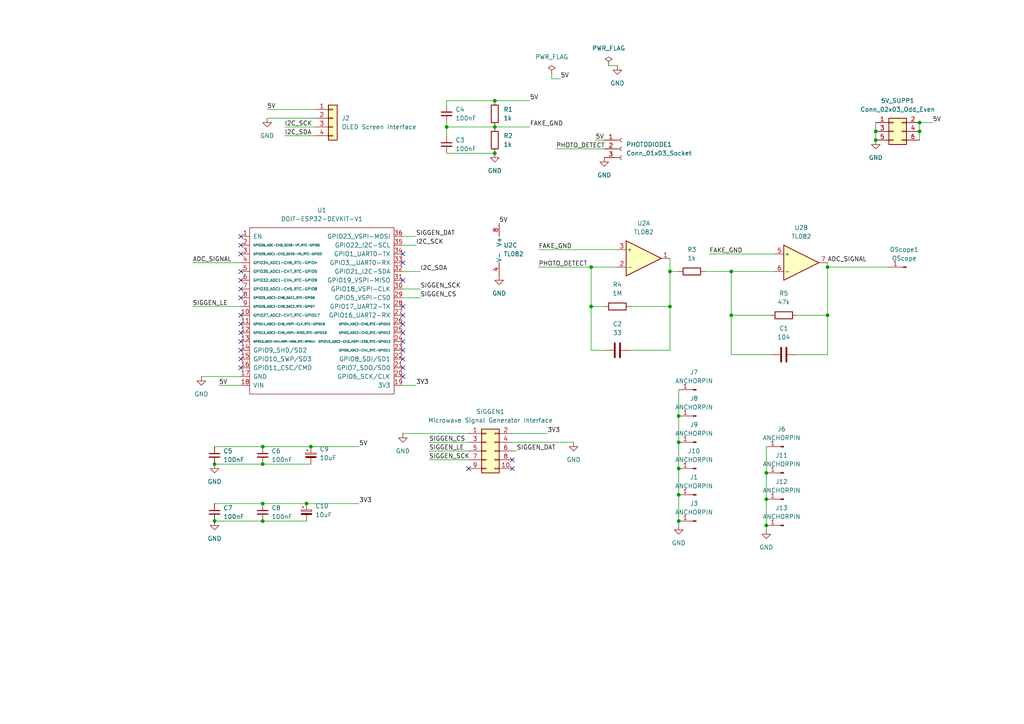
<source format=kicad_sch>
(kicad_sch (version 20231120) (generator "eeschema") (generator_version "8.0")
  (paper "A4")
  (title_block (title "NV Center Diamond Prototype v0.1") (date "2024-12-05") (rev "Rev. 1") (company "Quantum Village Inc.") (comment 1 "by Mark Carney, using COTS Development Boards"))
  (lib_symbols
    (symbol "Amplifier_Operational:TL082" (pin_names (offset 0.127))
      (property "Reference" "U" (at 0 5.08 0))
      (property "Value" "TL082" (at 0 -5.08 0))
      (symbol "TL082_1_1"
        (polyline (pts (xy -5.08 5.08) (xy 5.08 0) (xy -5.08 -5.08) (xy -5.08 5.08)) (stroke (width 0.254)) (fill (type background)))
        (pin output line (at 7.62 0 180) (length 2.54) (name "~") (number "1"))
        (pin input line (at -7.62 -2.54 0) (length 2.54) (name "-") (number "2"))
        (pin input line (at -7.62 2.54 0) (length 2.54) (name "+") (number "3"))
      )
      (symbol "TL082_2_1"
        (polyline (pts (xy -5.08 5.08) (xy 5.08 0) (xy -5.08 -5.08) (xy -5.08 5.08)) (stroke (width 0.254)) (fill (type background)))
        (pin input line (at -7.62 2.54 0) (length 2.54) (name "+") (number "5"))
        (pin input line (at -7.62 -2.54 0) (length 2.54) (name "-") (number "6"))
        (pin output line (at 7.62 0 180) (length 2.54) (name "~") (number "7"))
      )
      (symbol "TL082_3_1"
        (pin power_in line (at -2.54 -7.62 90) (length 3.81) (name "V-") (number "4"))
        (pin power_in line (at -2.54 7.62 270) (length 3.81) (name "V+") (number "8"))
      )
    )
    (symbol "Connector:Conn_01x01_Pin" (pin_names (offset 1.016) hide)
      (property "Reference" "J" (at 0 2.54 0))
      (property "Value" "Conn_01x01_Pin" (at 0 -2.54 0))
      (symbol "Conn_01x01_Pin_1_1"
        (polyline (pts (xy 1.27 0) (xy 0.8636 0)) (stroke (width 0.1524)))
        (rectangle (start 0.8636 0.127) (end 0 -0.127) (stroke (width 0.1524)) (fill (type outline)))
        (pin passive line (at 5.08 0 180) (length 3.81) (name "Pin_1") (number "1"))
      )
    )
    (symbol "Connector:Conn_01x03_Socket" (pin_names (offset 1.016) hide)
      (property "Reference" "J" (at 0 5.08 0))
      (property "Value" "Conn_01x03_Socket" (at 0 -5.08 0))
      (symbol "Conn_01x03_Socket_1_1"
        (arc (start 0 -2.032) (mid -0.5058 -2.54) (end 0 -3.048) (stroke (width 0.1524)))
        (polyline (pts (xy -1.27 -2.54) (xy -0.508 -2.54)) (stroke (width 0.1524)))
        (polyline (pts (xy -1.27 0) (xy -0.508 0)) (stroke (width 0.1524)))
        (polyline (pts (xy -1.27 2.54) (xy -0.508 2.54)) (stroke (width 0.1524)))
        (arc (start 0 0.508) (mid -0.5058 0) (end 0 -0.508) (stroke (width 0.1524)))
        (arc (start 0 3.048) (mid -0.5058 2.54) (end 0 2.032) (stroke (width 0.1524)))
        (pin passive line (at -5.08 2.54 0) (length 3.81) (name "Pin_1") (number "1"))
        (pin passive line (at -5.08 0 0) (length 3.81) (name "Pin_2") (number "2"))
        (pin passive line (at -5.08 -2.54 0) (length 3.81) (name "Pin_3") (number "3"))
      )
    )
    (symbol "Connector_Generic:Conn_01x04" (pin_names (offset 1.016) hide)
      (property "Reference" "J" (at 0 5.08 0))
      (property "Value" "Conn_01x04" (at 0 -7.62 0))
      (symbol "Conn_01x04_1_1"
        (rectangle (start -1.27 -4.953) (end 0 -5.207) (stroke (width 0.1524)))
        (rectangle (start -1.27 -2.413) (end 0 -2.667) (stroke (width 0.1524)))
        (rectangle (start -1.27 0.127) (end 0 -0.127) (stroke (width 0.1524)))
        (rectangle (start -1.27 2.667) (end 0 2.413) (stroke (width 0.1524)))
        (rectangle (start -1.27 3.81) (end 1.27 -6.35) (stroke (width 0.254)) (fill (type background)))
        (pin passive line (at -5.08 2.54 0) (length 3.81) (name "Pin_1") (number "1"))
        (pin passive line (at -5.08 0 0) (length 3.81) (name "Pin_2") (number "2"))
        (pin passive line (at -5.08 -2.54 0) (length 3.81) (name "Pin_3") (number "3"))
        (pin passive line (at -5.08 -5.08 0) (length 3.81) (name "Pin_4") (number "4"))
      )
    )
    (symbol "Connector_Generic:Conn_02x03_Odd_Even" (pin_names (offset 1.016) hide)
      (property "Reference" "J" (at 1.27 5.08 0))
      (property "Value" "Conn_02x03_Odd_Even" (at 1.27 -5.08 0))
      (symbol "Conn_02x03_Odd_Even_1_1"
        (rectangle (start -1.27 -2.413) (end 0 -2.667) (stroke (width 0.1524)))
        (rectangle (start -1.27 0.127) (end 0 -0.127) (stroke (width 0.1524)))
        (rectangle (start -1.27 2.667) (end 0 2.413) (stroke (width 0.1524)))
        (rectangle (start -1.27 3.81) (end 3.81 -3.81) (stroke (width 0.254)) (fill (type background)))
        (rectangle (start 3.81 -2.413) (end 2.54 -2.667) (stroke (width 0.1524)))
        (rectangle (start 3.81 0.127) (end 2.54 -0.127) (stroke (width 0.1524)))
        (rectangle (start 3.81 2.667) (end 2.54 2.413) (stroke (width 0.1524)))
        (pin passive line (at -5.08 2.54 0) (length 3.81) (name "Pin_1") (number "1"))
        (pin passive line (at 7.62 2.54 180) (length 3.81) (name "Pin_2") (number "2"))
        (pin passive line (at -5.08 0 0) (length 3.81) (name "Pin_3") (number "3"))
        (pin passive line (at 7.62 0 180) (length 3.81) (name "Pin_4") (number "4"))
        (pin passive line (at -5.08 -2.54 0) (length 3.81) (name "Pin_5") (number "5"))
        (pin passive line (at 7.62 -2.54 180) (length 3.81) (name "Pin_6") (number "6"))
      )
    )
    (symbol "Connector_Generic:Conn_02x05_Odd_Even" (pin_names (offset 1.016) hide)
      (property "Reference" "J" (at 1.27 7.62 0))
      (property "Value" "Conn_02x05_Odd_Even" (at 1.27 -7.62 0))
      (symbol "Conn_02x05_Odd_Even_1_1"
        (rectangle (start -1.27 -4.953) (end 0 -5.207) (stroke (width 0.1524)))
        (rectangle (start -1.27 -2.413) (end 0 -2.667) (stroke (width 0.1524)))
        (rectangle (start -1.27 0.127) (end 0 -0.127) (stroke (width 0.1524)))
        (rectangle (start -1.27 2.667) (end 0 2.413) (stroke (width 0.1524)))
        (rectangle (start -1.27 5.207) (end 0 4.953) (stroke (width 0.1524)))
        (rectangle (start -1.27 6.35) (end 3.81 -6.35) (stroke (width 0.254)) (fill (type background)))
        (rectangle (start 3.81 -4.953) (end 2.54 -5.207) (stroke (width 0.1524)))
        (rectangle (start 3.81 -2.413) (end 2.54 -2.667) (stroke (width 0.1524)))
        (rectangle (start 3.81 0.127) (end 2.54 -0.127) (stroke (width 0.1524)))
        (rectangle (start 3.81 2.667) (end 2.54 2.413) (stroke (width 0.1524)))
        (rectangle (start 3.81 5.207) (end 2.54 4.953) (stroke (width 0.1524)))
        (pin passive line (at -5.08 5.08 0) (length 3.81) (name "Pin_1") (number "1"))
        (pin passive line (at 7.62 -5.08 180) (length 3.81) (name "Pin_10") (number "10"))
        (pin passive line (at 7.62 5.08 180) (length 3.81) (name "Pin_2") (number "2"))
        (pin passive line (at -5.08 2.54 0) (length 3.81) (name "Pin_3") (number "3"))
        (pin passive line (at 7.62 2.54 180) (length 3.81) (name "Pin_4") (number "4"))
        (pin passive line (at -5.08 0 0) (length 3.81) (name "Pin_5") (number "5"))
        (pin passive line (at 7.62 0 180) (length 3.81) (name "Pin_6") (number "6"))
        (pin passive line (at -5.08 -2.54 0) (length 3.81) (name "Pin_7") (number "7"))
        (pin passive line (at 7.62 -2.54 180) (length 3.81) (name "Pin_8") (number "8"))
        (pin passive line (at -5.08 -5.08 0) (length 3.81) (name "Pin_9") (number "9"))
      )
    )
    (symbol "Device:C" (pin_numbers hide) (pin_names (offset 0.254))
      (property "Reference" "C" (at 0.635 2.54 0))
      (property "Value" "C" (at 0.635 -2.54 0))
      (symbol "C_0_1"
        (polyline (pts (xy -2.032 -0.762) (xy 2.032 -0.762)) (stroke (width 0.508)))
        (polyline (pts (xy -2.032 0.762) (xy 2.032 0.762)) (stroke (width 0.508)))
      )
      (symbol "C_1_1"
        (pin passive line (at 0 3.81 270) (length 2.794) (name "~") (number "1"))
        (pin passive line (at 0 -3.81 90) (length 2.794) (name "~") (number "2"))
      )
    )
    (symbol "Device:C_Polarized_Small" (pin_numbers hide) (pin_names (offset 0.254) hide)
      (property "Reference" "C" (at 0.254 1.778 0))
      (property "Value" "C_Polarized_Small" (at 0.254 -2.032 0))
      (symbol "C_Polarized_Small_0_1"
        (rectangle (start -1.524 -0.3048) (end 1.524 -0.6858) (fill (type outline)))
        (rectangle (start -1.524 0.6858) (end 1.524 0.3048))
        (polyline (pts (xy -1.27 1.524) (xy -0.762 1.524)))
        (polyline (pts (xy -1.016 1.27) (xy -1.016 1.778)))
      )
      (symbol "C_Polarized_Small_1_1"
        (pin passive line (at 0 2.54 270) (length 1.8542) (name "~") (number "1"))
        (pin passive line (at 0 -2.54 90) (length 1.8542) (name "~") (number "2"))
      )
    )
    (symbol "Device:C_Small" (pin_numbers hide) (pin_names (offset 0.254) hide)
      (property "Reference" "C" (at 0.254 1.778 0))
      (property "Value" "C_Small" (at 0.254 -2.032 0))
      (symbol "C_Small_0_1"
        (polyline (pts (xy -1.524 -0.508) (xy 1.524 -0.508)) (stroke (width 0.3302)))
        (polyline (pts (xy -1.524 0.508) (xy 1.524 0.508)) (stroke (width 0.3048)))
      )
      (symbol "C_Small_1_1"
        (pin passive line (at 0 2.54 270) (length 2.032) (name "~") (number "1"))
        (pin passive line (at 0 -2.54 90) (length 2.032) (name "~") (number "2"))
      )
    )
    (symbol "Device:R" (pin_numbers hide) (pin_names (offset 0))
      (property "Reference" "R" (at 2.032 0 90))
      (property "Value" "R" (at 0 0 90))
      (symbol "R_0_1"
        (rectangle (start -1.016 -2.54) (end 1.016 2.54) (stroke (width 0.254)))
      )
      (symbol "R_1_1"
        (pin passive line (at 0 3.81 270) (length 1.27) (name "~") (number "1"))
        (pin passive line (at 0 -3.81 90) (length 1.27) (name "~") (number "2"))
      )
    )
    (symbol "ESP32-DOIT-DEVKIT1:DOIT-ESP32-DEVKIT-V1" (pin_names (offset 1.016))
      (property "Reference" "U" (at -1.27 11.43 0))
      (property "Value" "DOIT-ESP32-DEVKIT-V1" (at 0 13.97 0))
      (symbol "DOIT-ESP32-DEVKIT-V1_0_1"
        (rectangle (start 20.32 10.16) (end -21.59 -38.1))
      )
      (symbol "DOIT-ESP32-DEVKIT-V1_1_1"
        (pin output line (at -24.13 7.62 0) (length 2.54) (name "EN") (number "1"))
        (pin bidirectional line (at -24.13 -15.24 0) (length 2.54) (name "GPIO27_ADC2-CH7_RTC-GPIO17") (number "10"))
        (pin bidirectional line (at -24.13 -17.78 0) (length 2.54) (name "GPIO14_ADC2-CH6_HSPI-CLK_RTC-GPIO16") (number "11"))
        (pin bidirectional line (at -24.13 -20.32 0) (length 2.54) (name "GPIO12_ADC2-CH5_HSPI-MISO_RTC-GPIO15") (number "12"))
        (pin bidirectional line (at -24.13 -22.86 0) (length 2.54) (name "GPIO13_ADC2-CH4_HSPI-MOSI_RTC-GPIO14") (number "13"))
        (pin unspecified line (at -24.13 -25.4 0) (length 2.54) (name "GPIO9_SHD/SD2") (number "14"))
        (pin unspecified line (at -24.13 -27.94 0) (length 2.54) (name "GPIO10_SWP/SD3") (number "15"))
        (pin unspecified line (at -24.13 -30.48 0) (length 2.54) (name "GPIO11_CSC/CMD") (number "16"))
        (pin bidirectional line (at -24.13 -33.02 0) (length 2.54) (name "GND") (number "17"))
        (pin bidirectional line (at -24.13 -35.56 0) (length 2.54) (name "VIN") (number "18"))
        (pin output line (at 22.86 -35.56 180) (length 2.54) (name "3V3") (number "19"))
        (pin bidirectional line (at -24.13 5.08 0) (length 2.54) (name "GPIO36_ADC-CH0_SENS-VP_RTC-GPIO0") (number "2"))
        (pin unspecified line (at 22.86 -33.02 180) (length 2.54) (name "GPIO6_SCK/CLK") (number "20"))
        (pin unspecified line (at 22.86 -30.48 180) (length 2.54) (name "GPIO7_SDO/SD0") (number "21"))
        (pin unspecified line (at 22.86 -27.94 180) (length 2.54) (name "GPIO8_SDI/SD1") (number "22"))
        (pin bidirectional line (at 22.86 -25.4 180) (length 2.54) (name "GPIO0_ADC2-CH1_RTC-GPIO11") (number "23"))
        (pin bidirectional line (at 22.86 -22.86 180) (length 2.54) (name "GPIO15_ADC2-CH3_HSPI-CS0_RTC-GPIO13") (number "24"))
        (pin bidirectional line (at 22.86 -20.32 180) (length 2.54) (name "GPIO2_ADC2-CH2_RTC-GPIO12") (number "25"))
        (pin bidirectional line (at 22.86 -17.78 180) (length 2.54) (name "GPIO4_ADC2-CH0_RTC-GPIO10") (number "26"))
        (pin bidirectional line (at 22.86 -15.24 180) (length 2.54) (name "GPIO16_UART2-RX") (number "27"))
        (pin bidirectional line (at 22.86 -12.7 180) (length 2.54) (name "GPIO17_UART2-TX") (number "28"))
        (pin bidirectional line (at 22.86 -10.16 180) (length 2.54) (name "GPIO5_VSPI-CS0") (number "29"))
        (pin bidirectional line (at -24.13 2.54 0) (length 2.54) (name "GPIO39_ADC1-CH3_SENS-VN_RTC-GPIO3") (number "3"))
        (pin bidirectional line (at 22.86 -7.62 180) (length 2.54) (name "GPIO18_VSPI-CLK") (number "30"))
        (pin bidirectional line (at 22.86 -5.08 180) (length 2.54) (name "GPIO19_VSPI-MISO") (number "31"))
        (pin bidirectional line (at 22.86 -2.54 180) (length 2.54) (name "GPIO21_I2C-SDA") (number "32"))
        (pin bidirectional line (at 22.86 0 180) (length 2.54) (name "GPIO3__UART0-RX") (number "33"))
        (pin bidirectional line (at 22.86 2.54 180) (length 2.54) (name "GPIO1_UART0-TX") (number "34"))
        (pin bidirectional line (at 22.86 5.08 180) (length 2.54) (name "GPIO22_I2C-SCL") (number "35"))
        (pin bidirectional line (at 22.86 7.62 180) (length 2.54) (name "GPIO23_VSPI-MOSI") (number "36"))
        (pin bidirectional line (at -24.13 0 0) (length 2.54) (name "GPIO34_ADC1-CH6_RTC-GPIO4") (number "4"))
        (pin bidirectional line (at -24.13 -2.54 0) (length 2.54) (name "GPIO35_ADC1-CH7_RTC-GPIO5") (number "5"))
        (pin bidirectional line (at -24.13 -5.08 0) (length 2.54) (name "GPIO32_ADC1-CH4_RTC-GPIO9") (number "6"))
        (pin bidirectional line (at -24.13 -7.62 0) (length 2.54) (name "GPIO33_ADC1-CH5_RTC-GPIO8") (number "7"))
        (pin bidirectional line (at -24.13 -10.16 0) (length 2.54) (name "GPIO25_ADC2-CH8_DAC1_RTC-GPIO6") (number "8"))
        (pin bidirectional line (at -24.13 -12.7 0) (length 2.54) (name "GPIO26_ADC2-CH9_DAC2_RTC-GPIO7") (number "9"))
      )
    )
    (symbol "power:GND" (power) (pin_numbers hide) (pin_names (offset 0) hide)
      (property "Value" "GND" (at 0 -3.81 0))
      (symbol "GND_0_1"
        (polyline (pts (xy 0 0) (xy 0 -1.27) (xy 1.27 -1.27) (xy 0 -2.54) (xy -1.27 -1.27) (xy 0 -1.27)))
      )
      (symbol "GND_1_1"
        (pin power_in line (at 0 0 270) (length 0) (name "~") (number "1"))
      )
    )
    (symbol "power:PWR_FLAG" (power) (pin_numbers hide) (pin_names (offset 0) hide)
      (property "Value" "PWR_FLAG" (at 0 3.81 0))
      (symbol "PWR_FLAG_0_0"
        (pin power_out line (at 0 0 90) (length 0) (name "~") (number "1"))
      )
      (symbol "PWR_FLAG_0_1"
        (polyline (pts (xy 0 0) (xy 0 1.27) (xy -1.016 1.905) (xy 0 2.54) (xy 1.016 1.905) (xy 0 1.27)))
      )
    )
  )
  (junction (at 171.45 88.9))
  (junction (at 240.03 77.47))
  (junction (at 266.7 35.56))
  (junction (at 143.51 29.21))
  (junction (at 196.85 128.27))
  (junction (at 76.2 129.54))
  (junction (at 143.51 36.83))
  (junction (at 88.9 146.05))
  (junction (at 90.17 129.54))
  (junction (at 76.2 151.13))
  (junction (at 196.85 151.13))
  (junction (at 212.09 78.74))
  (junction (at 196.85 135.89))
  (junction (at 212.09 91.44))
  (junction (at 222.25 144.78))
  (junction (at 76.2 134.62))
  (junction (at 62.23 151.13))
  (junction (at 129.54 36.83))
  (junction (at 76.2 146.05))
  (junction (at 254 40.64))
  (junction (at 171.45 77.47))
  (junction (at 266.7 38.1))
  (junction (at 196.85 143.51))
  (junction (at 222.25 152.4))
  (junction (at 196.85 120.65))
  (junction (at 254 38.1))
  (junction (at 194.31 78.74))
  (junction (at 143.51 44.45))
  (junction (at 222.25 137.16))
  (junction (at 240.03 91.44))
  (junction (at 62.23 134.62))
  (junction (at 194.31 88.9))
  (no_connect (at 69.85 68.58))
  (no_connect (at 69.85 91.44))
  (no_connect (at 69.85 71.12))
  (no_connect (at 135.89 135.89))
  (no_connect (at 69.85 106.68))
  (no_connect (at 116.84 93.98))
  (no_connect (at 148.59 135.89))
  (no_connect (at 69.85 83.82))
  (no_connect (at 116.84 99.06))
  (no_connect (at 69.85 99.06))
  (no_connect (at 116.84 91.44))
  (no_connect (at 116.84 76.2))
  (no_connect (at 69.85 73.66))
  (no_connect (at 69.85 81.28))
  (no_connect (at 69.85 104.14))
  (no_connect (at 69.85 101.6))
  (no_connect (at 116.84 96.52))
  (no_connect (at 69.85 96.52))
  (no_connect (at 69.85 78.74))
  (no_connect (at 69.85 86.36))
  (no_connect (at 116.84 106.68))
  (no_connect (at 116.84 73.66))
  (no_connect (at 116.84 109.22))
  (no_connect (at 148.59 133.35))
  (no_connect (at 69.85 93.98))
  (no_connect (at 116.84 104.14))
  (no_connect (at 116.84 101.6))
  (no_connect (at 116.84 88.9))
  (no_connect (at 116.84 81.28))
  (wire (pts (xy 222.25 153.67) (xy 222.25 152.4)))
  (wire (pts (xy 55.88 76.2) (xy 69.85 76.2)))
  (wire (pts (xy 77.47 34.29) (xy 91.44 34.29)))
  (wire (pts (xy 129.54 36.83) (xy 129.54 39.37)))
  (wire (pts (xy 62.23 134.62) (xy 76.2 134.62)))
  (wire (pts (xy 143.51 29.21) (xy 153.67 29.21)))
  (wire (pts (xy 175.26 101.6) (xy 171.45 101.6)))
  (wire (pts (xy 196.85 113.03) (xy 196.85 120.65)))
  (wire (pts (xy 149.86 130.81) (xy 148.59 130.81)))
  (wire (pts (xy 160.02 22.86) (xy 160.02 21.59)))
  (wire (pts (xy 116.84 86.36) (xy 121.92 86.36)))
  (wire (pts (xy 162.56 22.86) (xy 160.02 22.86)))
  (wire (pts (xy 266.7 35.56) (xy 266.7 38.1)))
  (wire (pts (xy 196.85 151.13) (xy 196.85 143.51)))
  (wire (pts (xy 129.54 44.45) (xy 143.51 44.45)))
  (wire (pts (xy 62.23 151.13) (xy 76.2 151.13)))
  (wire (pts (xy 143.51 36.83) (xy 153.67 36.83)))
  (wire (pts (xy 222.25 137.16) (xy 222.25 144.78)))
  (wire (pts (xy 171.45 101.6) (xy 171.45 88.9)))
  (wire (pts (xy 194.31 78.74) (xy 196.85 78.74)))
  (wire (pts (xy 176.53 19.05) (xy 179.07 19.05)))
  (wire (pts (xy 148.59 128.27) (xy 166.37 128.27)))
  (wire (pts (xy 240.03 102.87) (xy 231.14 102.87)))
  (wire (pts (xy 194.31 74.93) (xy 194.31 78.74)))
  (wire (pts (xy 124.46 133.35) (xy 135.89 133.35)))
  (wire (pts (xy 194.31 88.9) (xy 194.31 78.74)))
  (wire (pts (xy 124.46 128.27) (xy 135.89 128.27)))
  (wire (pts (xy 116.84 125.73) (xy 135.89 125.73)))
  (wire (pts (xy 240.03 77.47) (xy 240.03 91.44)))
  (wire (pts (xy 88.9 146.05) (xy 76.2 146.05)))
  (wire (pts (xy 58.42 109.22) (xy 69.85 109.22)))
  (wire (pts (xy 76.2 134.62) (xy 90.17 134.62)))
  (wire (pts (xy 156.21 77.47) (xy 171.45 77.47)))
  (wire (pts (xy 82.55 36.83) (xy 91.44 36.83)))
  (wire (pts (xy 204.47 78.74) (xy 212.09 78.74)))
  (wire (pts (xy 104.14 146.05) (xy 88.9 146.05)))
  (wire (pts (xy 175.26 88.9) (xy 171.45 88.9)))
  (wire (pts (xy 116.84 68.58) (xy 120.65 68.58)))
  (wire (pts (xy 196.85 152.4) (xy 196.85 151.13)))
  (wire (pts (xy 129.54 35.56) (xy 129.54 36.83)))
  (wire (pts (xy 254 38.1) (xy 254 40.64)))
  (wire (pts (xy 116.84 111.76) (xy 120.65 111.76)))
  (wire (pts (xy 77.47 31.75) (xy 91.44 31.75)))
  (wire (pts (xy 266.7 35.56) (xy 270.51 35.56)))
  (wire (pts (xy 182.88 88.9) (xy 194.31 88.9)))
  (wire (pts (xy 171.45 88.9) (xy 171.45 77.47)))
  (wire (pts (xy 129.54 29.21) (xy 143.51 29.21)))
  (wire (pts (xy 240.03 76.2) (xy 240.03 77.47)))
  (wire (pts (xy 196.85 128.27) (xy 196.85 135.89)))
  (wire (pts (xy 116.84 78.74) (xy 121.92 78.74)))
  (wire (pts (xy 63.5 111.76) (xy 69.85 111.76)))
  (wire (pts (xy 129.54 29.21) (xy 129.54 30.48)))
  (wire (pts (xy 196.85 135.89) (xy 196.85 143.51)))
  (wire (pts (xy 222.25 129.54) (xy 222.25 137.16)))
  (wire (pts (xy 194.31 101.6) (xy 194.31 88.9)))
  (wire (pts (xy 76.2 151.13) (xy 88.9 151.13)))
  (wire (pts (xy 240.03 77.47) (xy 257.81 77.47)))
  (wire (pts (xy 182.88 101.6) (xy 194.31 101.6)))
  (wire (pts (xy 62.23 146.05) (xy 76.2 146.05)))
  (wire (pts (xy 212.09 102.87) (xy 212.09 91.44)))
  (wire (pts (xy 62.23 129.54) (xy 76.2 129.54)))
  (wire (pts (xy 254 35.56) (xy 254 38.1)))
  (wire (pts (xy 223.52 102.87) (xy 212.09 102.87)))
  (wire (pts (xy 212.09 91.44) (xy 223.52 91.44)))
  (wire (pts (xy 116.84 71.12) (xy 120.65 71.12)))
  (wire (pts (xy 240.03 91.44) (xy 240.03 102.87)))
  (wire (pts (xy 55.88 88.9) (xy 69.85 88.9)))
  (wire (pts (xy 205.74 73.66) (xy 224.79 73.66)))
  (wire (pts (xy 212.09 78.74) (xy 224.79 78.74)))
  (wire (pts (xy 156.21 72.39) (xy 179.07 72.39)))
  (wire (pts (xy 266.7 38.1) (xy 266.7 40.64)))
  (wire (pts (xy 240.03 91.44) (xy 231.14 91.44)))
  (wire (pts (xy 222.25 152.4) (xy 222.25 144.78)))
  (wire (pts (xy 212.09 91.44) (xy 212.09 78.74)))
  (wire (pts (xy 171.45 77.47) (xy 179.07 77.47)))
  (wire (pts (xy 129.54 36.83) (xy 143.51 36.83)))
  (wire (pts (xy 175.26 43.18) (xy 161.29 43.18)))
  (wire (pts (xy 148.59 125.73) (xy 158.75 125.73)))
  (wire (pts (xy 172.72 40.64) (xy 175.26 40.64)))
  (wire (pts (xy 124.46 130.81) (xy 135.89 130.81)))
  (wire (pts (xy 90.17 129.54) (xy 76.2 129.54)))
  (wire (pts (xy 82.55 39.37) (xy 91.44 39.37)))
  (wire (pts (xy 116.84 83.82) (xy 121.92 83.82)))
  (wire (pts (xy 196.85 120.65) (xy 196.85 128.27)))
  (wire (pts (xy 104.14 129.54) (xy 90.17 129.54)))
  (label "5V" (at 270.51 35.56 0))
  (label "3V3" (at 120.65 111.76 0))
  (label "SIGGEN_LE" (at 55.88 88.9 0))
  (label "5V" (at 144.78 64.77 0))
  (label "5V" (at 162.56 22.86 0))
  (label "ADC_SIGNAL" (at 55.88 76.2 0))
  (label "5V" (at 63.5 111.76 0))
  (label "SIGGEN_LE" (at 124.46 130.81 0))
  (label "SIGGEN_DAT" (at 120.65 68.58 0))
  (label "5V" (at 172.72 40.64 0))
  (label "I2C_SCK" (at 120.65 71.12 0))
  (label "FAKE_GND" (at 156.21 72.39 0))
  (label "SIGGEN_SCK" (at 124.46 133.35 0))
  (label "I2C_SDA" (at 82.55 39.37 0))
  (label "I2C_SDA" (at 121.92 78.74 0))
  (label "5V" (at 104.14 129.54 0))
  (label "SIGGEN_SCK" (at 121.92 83.82 0))
  (label "SIGGEN_CS" (at 121.92 86.36 0))
  (label "FAKE_GND" (at 153.67 36.83 0))
  (label "PHOTO_DETECT" (at 156.21 77.47 0))
  (label "ADC_SIGNAL" (at 240.03 76.2 0))
  (label "3V3" (at 158.75 125.73 0))
  (label "SIGGEN_CS" (at 124.46 128.27 0))
  (label "PHOTO_DETECT" (at 161.29 43.18 0))
  (label "SIGGEN_DAT" (at 149.86 130.81 0))
  (label "5V" (at 153.67 29.21 0))
  (label "3V3" (at 104.14 146.05 0))
  (label "FAKE_GND" (at 205.74 73.66 0))
  (label "I2C_SCK" (at 82.55 36.83 0))
  (label "5V" (at 77.47 31.75 0))
  (symbol (lib_id "Device:C_Polarized_Small") (at 90.17 132.08 0) (unit 1)
    (property "Reference" "C9" (at 92.71 130.2638 0) (effects (justify left)))
    (property "Value" "10uF" (at 92.71 132.8038 0) (effects (justify left)))
    (property "Footprint" "Capacitor_THT:CP_Radial_D5.0mm_P2.00mm" (effects (hide yes)))
    (property "Description" "Polarized capacitor, small symbol" (effects (hide yes)))
  )
  (symbol (lib_id "Device:R") (at 200.66 78.74 90) (unit 1)
    (property "Reference" "R3" (at 200.66 72.39 90))
    (property "Value" "1k" (at 200.66 74.93 90))
    (property "Footprint" "Resistor_THT:R_Axial_DIN0207_L6.3mm_D2.5mm_P7.62mm_Horizontal" (effects (hide yes)))
    (property "Description" "Resistor" (effects (hide yes)))
  )
  (symbol (lib_id "Device:R") (at 179.07 88.9 90) (unit 1)
    (property "Reference" "R4" (at 179.07 82.55 90))
    (property "Value" "1M" (at 179.07 85.09 90))
    (property "Footprint" "Resistor_THT:R_Axial_DIN0207_L6.3mm_D2.5mm_P7.62mm_Horizontal" (effects (hide yes)))
    (property "Description" "Resistor" (effects (hide yes)))
  )
  (symbol (lib_id "Device:C_Small") (at 62.23 132.08 0) (unit 1)
    (property "Reference" "C5" (at 64.77 130.8162 0) (effects (justify left)))
    (property "Value" "100nF" (at 64.77 133.3562 0) (effects (justify left)))
    (property "Footprint" "Capacitor_THT:C_Disc_D3.0mm_W2.0mm_P2.50mm" (effects (hide yes)))
    (property "Description" "Unpolarized capacitor, small symbol" (effects (hide yes)))
  )
  (symbol (lib_id "power:GND") (at 144.78 80.01 0) (unit 1)
    (property "Reference" "#PWR04" (effects (hide yes)))
    (property "Value" "GND" (at 144.78 85.09 0))
    (property "Description" "Power symbol creates a global label with name \"GND\" , ground" (effects (hide yes)))
  )
  (symbol (lib_id "Device:R") (at 143.51 40.64 0) (unit 1)
    (property "Reference" "R2" (at 146.05 39.3699 0) (effects (justify left)))
    (property "Value" "1k" (at 146.05 41.9099 0) (effects (justify left)))
    (property "Footprint" "Resistor_THT:R_Axial_DIN0207_L6.3mm_D2.5mm_P7.62mm_Horizontal" (effects (hide yes)))
    (property "Description" "Resistor" (effects (hide yes)))
  )
  (symbol (lib_id "Connector:Conn_01x01_Pin") (at 227.33 152.4 180) (unit 1)
    (property "Reference" "J13" (at 226.695 147.32 0))
    (property "Value" "ANCHORPIN" (at 226.695 149.86 0))
    (property "Footprint" "Connector_PinSocket_2.54mm:PinSocket_1x01_P2.54mm_Vertical" (effects (hide yes)))
    (property "Description" "Generic connector, single row, 01x01, script generated" (effects (hide yes)))
  )
  (symbol (lib_id "Connector:Conn_01x01_Pin") (at 201.93 143.51 180) (unit 1)
    (property "Reference" "J1" (at 201.295 138.43 0))
    (property "Value" "ANCHORPIN" (at 201.295 140.97 0))
    (property "Footprint" "Connector_PinSocket_2.54mm:PinSocket_1x01_P2.54mm_Vertical" (effects (hide yes)))
    (property "Description" "Generic connector, single row, 01x01, script generated" (effects (hide yes)))
  )
  (symbol (lib_id "power:GND") (at 254 40.64 0) (unit 1)
    (property "Reference" "#PWR05" (effects (hide yes)))
    (property "Value" "GND" (at 254 45.72 0))
    (property "Description" "Power symbol creates a global label with name \"GND\" , ground" (effects (hide yes)))
  )
  (symbol (lib_id "Connector:Conn_01x01_Pin") (at 201.93 113.03 180) (unit 1)
    (property "Reference" "J7" (at 201.295 107.95 0))
    (property "Value" "ANCHORPIN" (at 201.295 110.49 0))
    (property "Footprint" "Connector_PinSocket_2.54mm:PinSocket_1x01_P2.54mm_Vertical" (effects (hide yes)))
    (property "Description" "Generic connector, single row, 01x01, script generated" (effects (hide yes)))
  )
  (symbol (lib_id "Device:C_Small") (at 129.54 41.91 0) (unit 1)
    (property "Reference" "C3" (at 132.08 40.6462 0) (effects (justify left)))
    (property "Value" "100nF" (at 132.08 43.1862 0) (effects (justify left)))
    (property "Footprint" "Capacitor_THT:C_Disc_D3.0mm_W2.0mm_P2.50mm" (effects (hide yes)))
    (property "Description" "Unpolarized capacitor, small symbol" (effects (hide yes)))
  )
  (symbol (lib_id "Connector:Conn_01x01_Pin") (at 201.93 135.89 180) (unit 1)
    (property "Reference" "J10" (at 201.295 130.81 0))
    (property "Value" "ANCHORPIN" (at 201.295 133.35 0))
    (property "Footprint" "Connector_PinSocket_2.54mm:PinSocket_1x01_P2.54mm_Vertical" (effects (hide yes)))
    (property "Description" "Generic connector, single row, 01x01, script generated" (effects (hide yes)))
  )
  (symbol (lib_id "power:GND") (at 196.85 152.4 0) (unit 1)
    (property "Reference" "#PWR011" (effects (hide yes)))
    (property "Value" "GND" (at 196.85 157.48 0))
    (property "Description" "Power symbol creates a global label with name \"GND\" , ground" (effects (hide yes)))
  )
  (symbol (lib_id "Connector:Conn_01x01_Pin") (at 262.89 77.47 180) (unit 1)
    (property "Reference" "OScope1" (at 262.255 72.39 0))
    (property "Value" "OScope" (at 262.255 74.93 0))
    (property "Footprint" "Connector_PinSocket_2.54mm:PinSocket_1x01_P2.54mm_Vertical" (effects (hide yes)))
    (property "Description" "Generic connector, single row, 01x01, script generated" (effects (hide yes)))
  )
  (symbol (lib_id "Connector_Generic:Conn_02x05_Odd_Even") (at 140.97 130.81 0) (unit 1)
    (property "Reference" "SIGGEN1" (at 142.24 119.38 0))
    (property "Value" "Microwave Signal Generator Interface" (at 142.24 121.92 0))
    (property "Footprint" "Connector_PinSocket_2.54mm:PinSocket_2x05_P2.54mm_Vertical" (effects (hide yes)))
    (property "Description" "Generic connector, double row, 02x05, odd/even pin numbering scheme (row 1 odd numbers, row 2 even numbers), script generated (kicad-library-utils/schlib/autogen/connector/)" (effects (hide yes)))
  )
  (symbol (lib_id "power:GND") (at 166.37 128.27 0) (unit 1)
    (property "Reference" "#PWR09" (effects (hide yes)))
    (property "Value" "GND" (at 166.37 133.35 0))
    (property "Description" "Power symbol creates a global label with name \"GND\" , ground" (effects (hide yes)))
  )
  (symbol (lib_id "Device:C_Small") (at 129.54 33.02 0) (unit 1)
    (property "Reference" "C4" (at 132.08 31.7562 0) (effects (justify left)))
    (property "Value" "100nF" (at 132.08 34.2962 0) (effects (justify left)))
    (property "Footprint" "Capacitor_THT:C_Disc_D3.0mm_W2.0mm_P2.50mm" (effects (hide yes)))
    (property "Description" "Unpolarized capacitor, small symbol" (effects (hide yes)))
  )
  (symbol (lib_id "Device:R") (at 227.33 91.44 90) (unit 1)
    (property "Reference" "R5" (at 227.33 85.09 90))
    (property "Value" "47k" (at 227.33 87.63 90))
    (property "Footprint" "Resistor_THT:R_Axial_DIN0207_L6.3mm_D2.5mm_P7.62mm_Horizontal" (effects (hide yes)))
    (property "Description" "Resistor" (effects (hide yes)))
  )
  (symbol (lib_id "Device:C_Small") (at 62.23 148.59 0) (unit 1)
    (property "Reference" "C7" (at 64.77 147.3262 0) (effects (justify left)))
    (property "Value" "100nF" (at 64.77 149.8662 0) (effects (justify left)))
    (property "Footprint" "Capacitor_THT:C_Disc_D3.0mm_W2.0mm_P2.50mm" (effects (hide yes)))
    (property "Description" "Unpolarized capacitor, small symbol" (effects (hide yes)))
  )
  (symbol (lib_id "Connector_Generic:Conn_01x04") (at 96.52 34.29 0) (unit 1)
    (property "Reference" "J2" (at 99.06 34.2899 0) (effects (justify left)))
    (property "Value" "OLED Screen Interface" (at 99.06 36.8299 0) (effects (justify left)))
    (property "Footprint" "Connector_PinSocket_2.54mm:PinSocket_1x04_P2.54mm_Vertical" (effects (hide yes)))
    (property "Description" "Generic connector, single row, 01x04, script generated (kicad-library-utils/schlib/autogen/connector/)" (effects (hide yes)))
  )
  (symbol (lib_id "power:GND") (at 143.51 44.45 0) (unit 1)
    (property "Reference" "#PWR03" (effects (hide yes)))
    (property "Value" "GND" (at 143.51 49.53 0))
    (property "Description" "Power symbol creates a global label with name \"GND\" , ground" (effects (hide yes)))
  )
  (symbol (lib_id "power:GND") (at 58.42 109.22 0) (unit 1)
    (property "Reference" "#PWR02" (effects (hide yes)))
    (property "Value" "GND" (at 58.42 114.3 0))
    (property "Description" "Power symbol creates a global label with name \"GND\" , ground" (effects (hide yes)))
  )
  (symbol (lib_id "Device:C_Small") (at 76.2 148.59 0) (unit 1)
    (property "Reference" "C8" (at 78.74 147.3262 0) (effects (justify left)))
    (property "Value" "100nF" (at 78.74 149.8662 0) (effects (justify left)))
    (property "Footprint" "Capacitor_THT:C_Disc_D3.0mm_W2.0mm_P2.50mm" (effects (hide yes)))
    (property "Description" "Unpolarized capacitor, small symbol" (effects (hide yes)))
  )
  (symbol (lib_id "Connector:Conn_01x01_Pin") (at 227.33 137.16 180) (unit 1)
    (property "Reference" "J11" (at 226.695 132.08 0))
    (property "Value" "ANCHORPIN" (at 226.695 134.62 0))
    (property "Footprint" "Connector_PinSocket_2.54mm:PinSocket_1x01_P2.54mm_Vertical" (effects (hide yes)))
    (property "Description" "Generic connector, single row, 01x01, script generated" (effects (hide yes)))
  )
  (symbol (lib_id "power:GND") (at 116.84 125.73 0) (unit 1)
    (property "Reference" "#PWR08" (effects (hide yes)))
    (property "Value" "GND" (at 116.84 130.81 0))
    (property "Description" "Power symbol creates a global label with name \"GND\" , ground" (effects (hide yes)))
  )
  (symbol (lib_id "Amplifier_Operational:TL082") (at 186.69 74.93 0) (unit 1)
    (property "Reference" "U2" (at 186.69 64.77 0))
    (property "Value" "TL082" (at 186.69 67.31 0))
    (property "Footprint" "Package_DIP:DIP-8_W7.62mm_Socket" (effects (hide yes)))
    (property "Datasheet" "http://www.ti.com/lit/ds/symlink/tl081.pdf" (effects (hide yes)))
    (property "Description" "Dual JFET-Input Operational Amplifiers, DIP-8/SOIC-8/SSOP-8" (effects (hide yes)))
  )
  (symbol (lib_id "Connector:Conn_01x01_Pin") (at 201.93 120.65 180) (unit 1)
    (property "Reference" "J8" (at 201.295 115.57 0))
    (property "Value" "ANCHORPIN" (at 201.295 118.11 0))
    (property "Footprint" "Connector_PinSocket_2.54mm:PinSocket_1x01_P2.54mm_Vertical" (effects (hide yes)))
    (property "Description" "Generic connector, single row, 01x01, script generated" (effects (hide yes)))
  )
  (symbol (lib_id "Connector:Conn_01x01_Pin") (at 227.33 129.54 180) (unit 1)
    (property "Reference" "J6" (at 226.695 124.46 0))
    (property "Value" "ANCHORPIN" (at 226.695 127 0))
    (property "Footprint" "Connector_PinSocket_2.54mm:PinSocket_1x01_P2.54mm_Vertical" (effects (hide yes)))
    (property "Description" "Generic connector, single row, 01x01, script generated" (effects (hide yes)))
  )
  (symbol (lib_id "ESP32-DOIT-DEVKIT1:DOIT-ESP32-DEVKIT-V1") (at 93.98 76.2 0) (unit 1)
    (property "Reference" "U1" (at 93.345 60.96 0))
    (property "Value" "DOIT-ESP32-DEVKIT-V1" (at 93.345 63.5 0))
    (property "Footprint" "ESP32-board:ESP32-DOIT-DEVKIT1" (effects (hide yes)))
  )
  (symbol (lib_id "Device:R") (at 143.51 33.02 0) (unit 1)
    (property "Reference" "R1" (at 146.05 31.7499 0) (effects (justify left)))
    (property "Value" "1k" (at 146.05 34.2899 0) (effects (justify left)))
    (property "Footprint" "Resistor_THT:R_Axial_DIN0207_L6.3mm_D2.5mm_P7.62mm_Horizontal" (effects (hide yes)))
    (property "Description" "Resistor" (effects (hide yes)))
  )
  (symbol (lib_id "Device:C") (at 227.33 102.87 90) (unit 1)
    (property "Reference" "C1" (at 227.33 95.25 90))
    (property "Value" "104" (at 227.33 97.79 90))
    (property "Footprint" "Capacitor_THT:C_Disc_D3.0mm_W2.0mm_P2.50mm" (effects (hide yes)))
    (property "Description" "Unpolarized capacitor" (effects (hide yes)))
  )
  (symbol (lib_id "power:PWR_FLAG") (at 160.02 21.59 0) (unit 1)
    (property "Reference" "#FLG02" (effects (hide yes)))
    (property "Value" "PWR_FLAG" (at 160.02 16.51 0))
    (property "Description" "Special symbol for telling ERC where power comes from" (effects (hide yes)))
  )
  (symbol (lib_id "power:GND") (at 62.23 151.13 0) (unit 1)
    (property "Reference" "#PWR012" (effects (hide yes)))
    (property "Value" "GND" (at 62.23 156.21 0))
    (property "Description" "Power symbol creates a global label with name \"GND\" , ground" (effects (hide yes)))
  )
  (symbol (lib_id "power:GND") (at 77.47 34.29 0) (unit 1)
    (property "Reference" "#PWR07" (effects (hide yes)))
    (property "Value" "GND" (at 77.47 39.37 0))
    (property "Description" "Power symbol creates a global label with name \"GND\" , ground" (effects (hide yes)))
  )
  (symbol (lib_id "power:GND") (at 222.25 153.67 0) (unit 1)
    (property "Reference" "#PWR013" (effects (hide yes)))
    (property "Value" "GND" (at 222.25 158.75 0))
    (property "Description" "Power symbol creates a global label with name \"GND\" , ground" (effects (hide yes)))
  )
  (symbol (lib_id "power:GND") (at 175.26 45.72 0) (unit 1)
    (property "Reference" "#PWR06" (effects (hide yes)))
    (property "Value" "GND" (at 175.26 50.8 0))
    (property "Description" "Power symbol creates a global label with name \"GND\" , ground" (effects (hide yes)))
  )
  (symbol (lib_id "Connector:Conn_01x01_Pin") (at 201.93 128.27 180) (unit 1)
    (property "Reference" "J9" (at 201.295 123.19 0))
    (property "Value" "ANCHORPIN" (at 201.295 125.73 0))
    (property "Footprint" "Connector_PinSocket_2.54mm:PinSocket_1x01_P2.54mm_Vertical" (effects (hide yes)))
    (property "Description" "Generic connector, single row, 01x01, script generated" (effects (hide yes)))
  )
  (symbol (lib_id "Amplifier_Operational:TL082") (at 147.32 72.39 0) (unit 3)
    (property "Reference" "U2" (at 146.05 71.1199 0) (effects (justify left)))
    (property "Value" "TL082" (at 146.05 73.6599 0) (effects (justify left)))
    (property "Footprint" "Package_DIP:DIP-8_W7.62mm_Socket" (effects (hide yes)))
    (property "Datasheet" "http://www.ti.com/lit/ds/symlink/tl081.pdf" (effects (hide yes)))
    (property "Description" "Dual JFET-Input Operational Amplifiers, DIP-8/SOIC-8/SSOP-8" (effects (hide yes)))
  )
  (symbol (lib_id "Connector_Generic:Conn_02x03_Odd_Even") (at 259.08 38.1 0) (unit 1)
    (property "Reference" "5V_SUPP1" (at 260.35 29.21 0))
    (property "Value" "Conn_02x03_Odd_Even" (at 260.35 31.75 0))
    (property "Footprint" "Connector_PinHeader_2.54mm:PinHeader_2x03_P2.54mm_Vertical" (effects (hide yes)))
    (property "Description" "Generic connector, double row, 02x03, odd/even pin numbering scheme (row 1 odd numbers, row 2 even numbers), script generated (kicad-library-utils/schlib/autogen/connector/)" (effects (hide yes)))
  )
  (symbol (lib_id "power:GND") (at 62.23 134.62 0) (unit 1)
    (property "Reference" "#PWR01" (effects (hide yes)))
    (property "Value" "GND" (at 62.23 139.7 0))
    (property "Description" "Power symbol creates a global label with name \"GND\" , ground" (effects (hide yes)))
  )
  (symbol (lib_id "Amplifier_Operational:TL082") (at 232.41 76.2 0) (unit 2)
    (property "Reference" "U2" (at 232.41 66.04 0))
    (property "Value" "TL082" (at 232.41 68.58 0))
    (property "Footprint" "Package_DIP:DIP-8_W7.62mm_Socket" (effects (hide yes)))
    (property "Datasheet" "http://www.ti.com/lit/ds/symlink/tl081.pdf" (effects (hide yes)))
    (property "Description" "Dual JFET-Input Operational Amplifiers, DIP-8/SOIC-8/SSOP-8" (effects (hide yes)))
  )
  (symbol (lib_id "power:PWR_FLAG") (at 176.53 19.05 0) (unit 1)
    (property "Reference" "#FLG01" (effects (hide yes)))
    (property "Value" "PWR_FLAG" (at 176.53 13.97 0))
    (property "Description" "Special symbol for telling ERC where power comes from" (effects (hide yes)))
  )
  (symbol (lib_id "Device:C_Small") (at 76.2 132.08 0) (unit 1)
    (property "Reference" "C6" (at 78.74 130.8162 0) (effects (justify left)))
    (property "Value" "100nF" (at 78.74 133.3562 0) (effects (justify left)))
    (property "Footprint" "Capacitor_THT:C_Disc_D3.0mm_W2.0mm_P2.50mm" (effects (hide yes)))
    (property "Description" "Unpolarized capacitor, small symbol" (effects (hide yes)))
  )
  (symbol (lib_id "Connector:Conn_01x03_Socket") (at 180.34 43.18 0) (unit 1)
    (property "Reference" "PHOTODIODE1" (at 181.61 41.9099 0) (effects (justify left)))
    (property "Value" "Conn_01x03_Socket" (at 181.61 44.4499 0) (effects (justify left)))
    (property "Footprint" "Connector_PinSocket_2.54mm:PinSocket_1x03_P2.54mm_Vertical" (effects (hide yes)))
    (property "Description" "Generic connector, single row, 01x03, script generated" (effects (hide yes)))
  )
  (symbol (lib_id "Connector:Conn_01x01_Pin") (at 227.33 144.78 180) (unit 1)
    (property "Reference" "J12" (at 226.695 139.7 0))
    (property "Value" "ANCHORPIN" (at 226.695 142.24 0))
    (property "Footprint" "Connector_PinSocket_2.54mm:PinSocket_1x01_P2.54mm_Vertical" (effects (hide yes)))
    (property "Description" "Generic connector, single row, 01x01, script generated" (effects (hide yes)))
  )
  (symbol (lib_id "power:GND") (at 179.07 19.05 0) (unit 1)
    (property "Reference" "#PWR010" (effects (hide yes)))
    (property "Value" "GND" (at 179.07 24.13 0))
    (property "Description" "Power symbol creates a global label with name \"GND\" , ground" (effects (hide yes)))
  )
  (symbol (lib_id "Device:C") (at 179.07 101.6 90) (unit 1)
    (property "Reference" "C2" (at 179.07 93.98 90))
    (property "Value" "33" (at 179.07 96.52 90))
    (property "Footprint" "Capacitor_THT:C_Disc_D3.0mm_W2.0mm_P2.50mm" (effects (hide yes)))
    (property "Description" "Unpolarized capacitor" (effects (hide yes)))
  )
  (symbol (lib_id "Device:C_Polarized_Small") (at 88.9 148.59 0) (unit 1)
    (property "Reference" "C10" (at 91.44 146.7738 0) (effects (justify left)))
    (property "Value" "10uF" (at 91.44 149.3138 0) (effects (justify left)))
    (property "Footprint" "Capacitor_THT:CP_Radial_D5.0mm_P2.00mm" (effects (hide yes)))
    (property "Description" "Polarized capacitor, small symbol" (effects (hide yes)))
  )
  (symbol (lib_id "Connector:Conn_01x01_Pin") (at 201.93 151.13 180) (unit 1)
    (property "Reference" "J3" (at 201.295 146.05 0))
    (property "Value" "ANCHORPIN" (at 201.295 148.59 0))
    (property "Footprint" "Connector_PinSocket_2.54mm:PinSocket_1x01_P2.54mm_Vertical" (effects (hide yes)))
    (property "Description" "Generic connector, single row, 01x01, script generated" (effects (hide yes)))
  )
)
</source>
